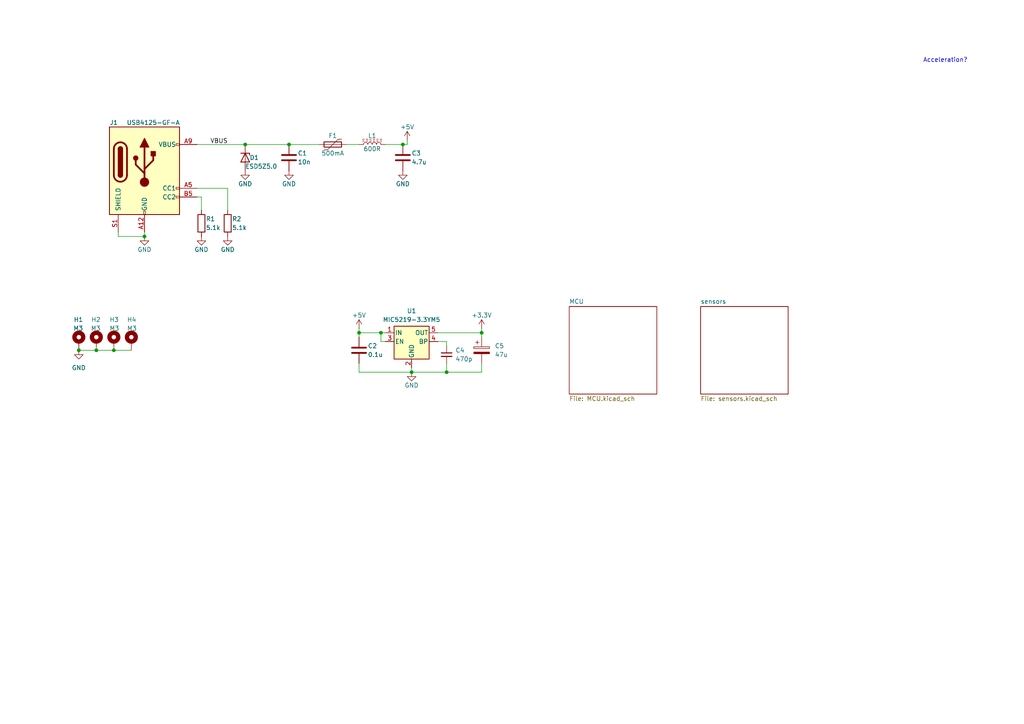
<source format=kicad_sch>
(kicad_sch (version 20250114) (generator "eeschema") (generator_version "9.0")
  (paper "A4")
  (title_block (title "Indoor Sensor Board") (date "2025-10-09") (rev "A1"))
  (lib_symbols
    (symbol "Connector:USB_C_Receptacle_PowerOnly_6P" (pin_names (offset 1.016))
      (property "Reference" "J" (at 0 16.51 0))
      (property "Value" "USB_C_Receptacle_PowerOnly_6P" (at 0 13.97 0))
      (symbol "USB_C_Receptacle_PowerOnly_6P_0_0"
        (rectangle (start -0.254 -12.7) (end 0.254 -11.684))
        (rectangle (start 10.16 7.874) (end 9.144 7.366))
        (rectangle (start 10.16 -4.826) (end 9.144 -5.334))
        (rectangle (start 10.16 -7.366) (end 9.144 -7.874))
      )
      (symbol "USB_C_Receptacle_PowerOnly_6P_0_1"
        (rectangle (start -10.16 12.7) (end 10.16 -12.7) (stroke (width 0.254)) (fill (type background)))
        (polyline (pts (xy -8.89 -1.27) (xy -8.89 6.35)) (stroke (width 0.508)))
        (rectangle (start -7.62 -1.27) (end -6.35 6.35) (stroke (width 0.254)) (fill (type outline)))
        (arc (start -7.62 6.35) (mid -6.985 6.9823) (end -6.35 6.35) (stroke (width 0.254)))
        (arc (start -7.62 6.35) (mid -6.985 6.9823) (end -6.35 6.35) (stroke (width 0.254)) (fill (type outline)))
        (arc (start -8.89 6.35) (mid -6.985 8.2467) (end -5.08 6.35) (stroke (width 0.508)))
        (arc (start -5.08 -1.27) (mid -6.985 -3.1667) (end -8.89 -1.27) (stroke (width 0.508)))
        (arc (start -6.35 -1.27) (mid -6.985 -1.9023) (end -7.62 -1.27) (stroke (width 0.254)))
        (arc (start -6.35 -1.27) (mid -6.985 -1.9023) (end -7.62 -1.27) (stroke (width 0.254)) (fill (type outline)))
        (polyline (pts (xy -5.08 6.35) (xy -5.08 -1.27)) (stroke (width 0.508)))
        (circle (center -2.54 3.683) (radius 0.635) (stroke (width 0.254)) (fill (type outline)))
        (polyline (pts (xy -1.27 6.858) (xy 0 9.398) (xy 1.27 6.858) (xy -1.27 6.858)) (stroke (width 0.254)) (fill (type outline)))
        (polyline (pts (xy 0 0.508) (xy 2.54 3.048) (xy 2.54 4.318)) (stroke (width 0.508)))
        (polyline (pts (xy 0 -0.762) (xy -2.54 1.778) (xy -2.54 3.048)) (stroke (width 0.508)))
        (polyline (pts (xy 0 -3.302) (xy 0 6.858)) (stroke (width 0.508)))
        (circle (center 0 -3.302) (radius 1.27) (fill (type outline)))
        (rectangle (start 1.905 4.318) (end 3.175 5.588) (stroke (width 0.254)) (fill (type outline)))
      )
      (symbol "USB_C_Receptacle_PowerOnly_6P_1_1"
        (pin passive line (at -7.62 -17.78 90) (length 5.08) (name "SHIELD") (number "S1"))
        (pin passive line (at 0 -17.78 90) (length 5.08) (name "GND") (number "A12"))
        (pin passive line (at 0 -17.78 90) (length 5.08) (hide yes) (name "GND") (number "B12"))
        (pin passive line (at 15.24 7.62 180) (length 5.08) (name "VBUS") (number "A9"))
        (pin passive line (at 15.24 7.62 180) (length 5.08) (hide yes) (name "VBUS") (number "B9"))
        (pin bidirectional line (at 15.24 -5.08 180) (length 5.08) (name "CC1") (number "A5"))
        (pin bidirectional line (at 15.24 -7.62 180) (length 5.08) (name "CC2") (number "B5"))
      )
    )
    (symbol "Device:C" (pin_numbers (hide yes)) (pin_names (offset 0.254))
      (property "Reference" "C" (at 0.635 2.54 0))
      (property "Value" "C" (at 0.635 -2.54 0))
      (symbol "C_0_1"
        (polyline (pts (xy -2.032 0.762) (xy 2.032 0.762)) (stroke (width 0.508)))
        (polyline (pts (xy -2.032 -0.762) (xy 2.032 -0.762)) (stroke (width 0.508)))
      )
      (symbol "C_1_1"
        (pin passive line (at 0 3.81 270) (length 2.794) (name "~") (number "1"))
        (pin passive line (at 0 -3.81 90) (length 2.794) (name "~") (number "2"))
      )
    )
    (symbol "Device:C_Polarized" (pin_numbers (hide yes)) (pin_names (offset 0.254))
      (property "Reference" "C" (at 0.635 2.54 0))
      (property "Value" "C_Polarized" (at 0.635 -2.54 0))
      (symbol "C_Polarized_0_1"
        (rectangle (start -2.286 0.508) (end 2.286 1.016))
        (polyline (pts (xy -1.778 2.286) (xy -0.762 2.286)))
        (polyline (pts (xy -1.27 2.794) (xy -1.27 1.778)))
        (rectangle (start 2.286 -0.508) (end -2.286 -1.016) (fill (type outline)))
      )
      (symbol "C_Polarized_1_1"
        (pin passive line (at 0 3.81 270) (length 2.794) (name "~") (number "1"))
        (pin passive line (at 0 -3.81 90) (length 2.794) (name "~") (number "2"))
      )
    )
    (symbol "Device:C_Small" (pin_numbers (hide yes)) (pin_names (offset 0.254) (hide yes))
      (property "Reference" "C" (at 0.254 1.778 0))
      (property "Value" "C_Small" (at 0.254 -2.032 0))
      (symbol "C_Small_0_1"
        (polyline (pts (xy -1.524 0.508) (xy 1.524 0.508)) (stroke (width 0.3048)))
        (polyline (pts (xy -1.524 -0.508) (xy 1.524 -0.508)) (stroke (width 0.3302)))
      )
      (symbol "C_Small_1_1"
        (pin passive line (at 0 2.54 270) (length 2.032) (name "~") (number "1"))
        (pin passive line (at 0 -2.54 90) (length 2.032) (name "~") (number "2"))
      )
    )
    (symbol "Device:L_Ferrite" (pin_numbers (hide yes)) (pin_names (offset 1.016) (hide yes))
      (property "Reference" "L" (at -1.27 0 90))
      (property "Value" "L_Ferrite" (at 2.794 0 90))
      (symbol "L_Ferrite_0_1"
        (arc (start 0 2.54) (mid 0.6323 1.905) (end 0 1.27))
        (arc (start 0 1.27) (mid 0.6323 0.635) (end 0 0))
        (arc (start 0 0) (mid 0.6323 -0.635) (end 0 -1.27))
        (arc (start 0 -1.27) (mid 0.6323 -1.905) (end 0 -2.54))
        (polyline (pts (xy 1.016 2.286) (xy 1.016 2.794)))
        (polyline (pts (xy 1.016 1.27) (xy 1.016 1.778)))
        (polyline (pts (xy 1.016 0.254) (xy 1.016 0.762)))
        (polyline (pts (xy 1.016 -0.762) (xy 1.016 -0.254)))
        (polyline (pts (xy 1.016 -1.778) (xy 1.016 -1.27)))
        (polyline (pts (xy 1.016 -2.794) (xy 1.016 -2.286)))
        (polyline (pts (xy 1.524 2.794) (xy 1.524 2.286)))
        (polyline (pts (xy 1.524 1.778) (xy 1.524 1.27)))
        (polyline (pts (xy 1.524 0.762) (xy 1.524 0.254)))
        (polyline (pts (xy 1.524 -0.254) (xy 1.524 -0.762)))
        (polyline (pts (xy 1.524 -1.27) (xy 1.524 -1.778)))
        (polyline (pts (xy 1.524 -2.286) (xy 1.524 -2.794)))
      )
      (symbol "L_Ferrite_1_1"
        (pin passive line (at 0 3.81 270) (length 1.27) (name "1") (number "1"))
        (pin passive line (at 0 -3.81 90) (length 1.27) (name "2") (number "2"))
      )
    )
    (symbol "Device:Polyfuse" (pin_numbers (hide yes)) (pin_names (offset 0))
      (property "Reference" "F" (at -2.54 0 90))
      (property "Value" "Polyfuse" (at 2.54 0 90))
      (symbol "Polyfuse_0_1"
        (polyline (pts (xy -1.524 2.54) (xy -1.524 1.524) (xy 1.524 -1.524) (xy 1.524 -2.54)))
        (rectangle (start -0.762 2.54) (end 0.762 -2.54) (stroke (width 0.254)))
        (polyline (pts (xy 0 2.54) (xy 0 -2.54)))
      )
      (symbol "Polyfuse_1_1"
        (pin passive line (at 0 3.81 270) (length 1.27) (name "~") (number "1"))
        (pin passive line (at 0 -3.81 90) (length 1.27) (name "~") (number "2"))
      )
    )
    (symbol "Device:R" (pin_numbers (hide yes)) (pin_names (offset 0))
      (property "Reference" "R" (at 2.032 0 90))
      (property "Value" "R" (at 0 0 90))
      (symbol "R_0_1"
        (rectangle (start -1.016 -2.54) (end 1.016 2.54) (stroke (width 0.254)))
      )
      (symbol "R_1_1"
        (pin passive line (at 0 3.81 270) (length 1.27) (name "~") (number "1"))
        (pin passive line (at 0 -3.81 90) (length 1.27) (name "~") (number "2"))
      )
    )
    (symbol "Diode:ESD5Zxx" (pin_numbers (hide yes)) (pin_names (hide yes))
      (property "Reference" "D" (at 0 2.54 0))
      (property "Value" "ESD5Zxx" (at 0 -2.54 0))
      (symbol "ESD5Zxx_0_1"
        (polyline (pts (xy -1.27 -1.27) (xy -1.27 1.27) (xy -0.762 1.27)) (stroke (width 0.254)))
        (polyline (pts (xy 1.27 0) (xy -1.27 0)))
        (polyline (pts (xy 1.27 -1.27) (xy 1.27 1.27) (xy -1.27 0) (xy 1.27 -1.27)) (stroke (width 0.254)))
      )
      (symbol "ESD5Zxx_1_1"
        (pin passive line (at -3.81 0 0) (length 2.54) (name "K") (number "1"))
        (pin passive line (at 3.81 0 180) (length 2.54) (name "A") (number "2"))
      )
    )
    (symbol "Mechanical:MountingHole_Pad" (pin_numbers (hide yes)) (pin_names (offset 1.016) (hide yes)) (in_bom no)
      (property "Reference" "H" (at 0 6.35 0))
      (property "Value" "MountingHole_Pad" (at 0 4.445 0))
      (symbol "MountingHole_Pad_0_1"
        (circle (center 0 1.27) (radius 1.27) (stroke (width 1.27)))
      )
      (symbol "MountingHole_Pad_1_1"
        (pin input line (at 0 -2.54 90) (length 2.54) (name "1") (number "1"))
      )
    )
    (symbol "Regulator_Linear:MIC5219-3.3YM5" (pin_names (offset 0.254))
      (property "Reference" "U" (at -3.81 5.715 0))
      (property "Value" "MIC5219-3.3YM5" (at 0 5.715 0))
      (symbol "MIC5219-3.3YM5_0_1"
        (rectangle (start -5.08 4.445) (end 5.08 -5.08) (stroke (width 0.254)) (fill (type background)))
      )
      (symbol "MIC5219-3.3YM5_1_1"
        (pin power_in line (at -7.62 2.54 0) (length 2.54) (name "IN") (number "1"))
        (pin input line (at -7.62 0 0) (length 2.54) (name "EN") (number "3"))
        (pin power_in line (at 0 -7.62 90) (length 2.54) (name "GND") (number "2"))
        (pin power_out line (at 7.62 2.54 180) (length 2.54) (name "OUT") (number "5"))
        (pin input line (at 7.62 0 180) (length 2.54) (name "BP") (number "4"))
      )
    )
    (symbol "power:+3.3V" (power) (pin_numbers (hide yes)) (pin_names (offset 0) (hide yes))
      (property "Value" "+3.3V" (at 0 3.556 0))
      (symbol "+3.3V_0_1"
        (polyline (pts (xy -0.762 1.27) (xy 0 2.54)))
        (polyline (pts (xy 0 2.54) (xy 0.762 1.27)))
        (polyline (pts (xy 0 0) (xy 0 2.54)))
      )
      (symbol "+3.3V_1_1"
        (pin power_in line (at 0 0 90) (length 0) (name "~") (number "1"))
      )
    )
    (symbol "power:+5V" (power) (pin_numbers (hide yes)) (pin_names (offset 0) (hide yes))
      (property "Value" "+5V" (at 0 3.556 0))
      (symbol "+5V_0_1"
        (polyline (pts (xy -0.762 1.27) (xy 0 2.54)))
        (polyline (pts (xy 0 2.54) (xy 0.762 1.27)))
        (polyline (pts (xy 0 0) (xy 0 2.54)))
      )
      (symbol "+5V_1_1"
        (pin power_in line (at 0 0 90) (length 0) (name "~") (number "1"))
      )
    )
    (symbol "power:GND" (power) (pin_numbers (hide yes)) (pin_names (offset 0) (hide yes))
      (property "Value" "GND" (at 0 -3.81 0))
      (symbol "GND_0_1"
        (polyline (pts (xy 0 0) (xy 0 -1.27) (xy 1.27 -1.27) (xy 0 -2.54) (xy -1.27 -1.27) (xy 0 -1.27)))
      )
      (symbol "GND_1_1"
        (pin power_in line (at 0 0 270) (length 0) (name "~") (number "1"))
      )
    )
  )
  (text "Acceleration?" (at 267.716 17.526 0) (effects (font (size 1.27 1.27)) (justify left)))
  (junction (at 139.7 96.52))
  (junction (at 116.84 41.91))
  (junction (at 22.86 101.6))
  (junction (at 129.54 107.95))
  (junction (at 41.91 68.58))
  (junction (at 33.02 101.6))
  (junction (at 110.49 96.52))
  (junction (at 119.38 107.95))
  (junction (at 83.82 41.91))
  (junction (at 104.14 96.52))
  (junction (at 27.94 101.6))
  (junction (at 71.12 41.91))
  (wire (pts (xy 111.76 99.06) (xy 110.49 99.06)))
  (wire (pts (xy 104.14 107.95) (xy 119.38 107.95)))
  (wire (pts (xy 139.7 95.25) (xy 139.7 96.52)))
  (wire (pts (xy 33.02 101.6) (xy 38.1 101.6)))
  (wire (pts (xy 111.76 41.91) (xy 116.84 41.91)))
  (wire (pts (xy 27.94 101.6) (xy 33.02 101.6)))
  (wire (pts (xy 119.38 107.95) (xy 119.38 106.68)))
  (wire (pts (xy 104.14 96.52) (xy 110.49 96.52)))
  (wire (pts (xy 34.29 68.58) (xy 34.29 67.31)))
  (wire (pts (xy 127 96.52) (xy 139.7 96.52)))
  (wire (pts (xy 100.33 41.91) (xy 104.14 41.91)))
  (wire (pts (xy 83.82 41.91) (xy 92.71 41.91)))
  (wire (pts (xy 110.49 99.06) (xy 110.49 96.52)))
  (wire (pts (xy 129.54 105.41) (xy 129.54 107.95)))
  (wire (pts (xy 34.29 68.58) (xy 41.91 68.58)))
  (wire (pts (xy 71.12 41.91) (xy 83.82 41.91)))
  (wire (pts (xy 58.42 57.15) (xy 58.42 60.96)))
  (wire (pts (xy 66.04 54.61) (xy 66.04 60.96)))
  (wire (pts (xy 104.14 105.41) (xy 104.14 107.95)))
  (wire (pts (xy 104.14 97.79) (xy 104.14 96.52)))
  (wire (pts (xy 116.84 41.91) (xy 118.11 41.91)))
  (wire (pts (xy 139.7 97.79) (xy 139.7 96.52)))
  (wire (pts (xy 110.49 96.52) (xy 111.76 96.52)))
  (wire (pts (xy 58.42 57.15) (xy 57.15 57.15)))
  (wire (pts (xy 127 99.06) (xy 129.54 99.06)))
  (wire (pts (xy 139.7 107.95) (xy 129.54 107.95)))
  (wire (pts (xy 57.15 41.91) (xy 71.12 41.91)))
  (wire (pts (xy 139.7 105.41) (xy 139.7 107.95)))
  (wire (pts (xy 41.91 68.58) (xy 41.91 67.31)))
  (wire (pts (xy 129.54 107.95) (xy 119.38 107.95)))
  (wire (pts (xy 57.15 54.61) (xy 66.04 54.61)))
  (wire (pts (xy 118.11 40.64) (xy 118.11 41.91)))
  (wire (pts (xy 129.54 99.06) (xy 129.54 100.33)))
  (wire (pts (xy 22.86 101.6) (xy 27.94 101.6)))
  (wire (pts (xy 104.14 95.25) (xy 104.14 96.52)))
  (label "VBUS" (at 60.96 41.91 0))
  (symbol (lib_id "Device:C") (at 104.14 101.6 0) (unit 1)
    (property "Reference" "C2" (at 106.68 100.33 0) (effects (justify left)))
    (property "Value" "0.1u" (at 106.68 102.87 0) (effects (justify left)))
    (property "Footprint" "Capacitor_SMD:C_0402_1005Metric" (effects (hide yes)))
    (property "Description" "Unpolarized capacitor" (effects (hide yes)))
  )
  (symbol (lib_id "power:+5V") (at 104.14 95.25 0) (unit 1)
    (property "Reference" "#PWR07" (effects (hide yes)))
    (property "Value" "+5V" (at 104.14 91.44 0))
    (property "Description" "Power symbol creates a global label with name \"+5V\"" (effects (hide yes)))
  )
  (symbol (lib_id "power:GND") (at 58.42 68.58 0) (unit 1)
    (property "Reference" "#PWR03" (effects (hide yes)))
    (property "Value" "GND" (at 58.42 72.39 0))
    (property "Description" "Power symbol creates a global label with name \"GND\" , ground" (effects (hide yes)))
  )
  (symbol (lib_id "Mechanical:MountingHole_Pad") (at 27.94 99.06 0) (mirror y) (unit 1) (in_bom no)
    (property "Reference" "H2" (at 29.21 92.71 0) (effects (justify left)))
    (property "Value" "M3" (at 29.21 95.25 0) (effects (justify left)))
    (property "Footprint" "MountingHole:MountingHole_3.2mm_M3_Pad" (effects (hide yes)))
    (property "Description" "Mounting Hole with connection" (effects (hide yes)))
  )
  (symbol (lib_id "Regulator_Linear:MIC5219-3.3YM5") (at 119.38 99.06 0) (unit 1)
    (property "Reference" "U1" (at 119.38 90.17 0))
    (property "Value" "MIC5219-3.3YM5" (at 119.38 92.71 0))
    (property "Footprint" "Package_TO_SOT_SMD:SOT-23-5" (effects (hide yes)))
    (property "Datasheet" "http://ww1.microchip.com/downloads/en/DeviceDoc/MIC5219-500mA-Peak-Output-LDO-Regulator-DS20006021A.pdf" (effects (hide yes)))
    (property "Description" "500mA low dropout linear regulator, fixed 3.3V output, SOT-23-5" (effects (hide yes)))
    (property "MPN" "MIC5219-3.3YM5-TR" (effects (hide yes)))
    (property "Mouser PN" "998-MIC5219-3.3YM5TR" (effects (hide yes)))
  )
  (symbol (lib_id "Device:C") (at 116.84 45.72 0) (unit 1)
    (property "Reference" "C3" (at 119.38 44.45 0) (effects (justify left)))
    (property "Value" "4.7u" (at 119.38 46.99 0) (effects (justify left)))
    (property "Footprint" "Capacitor_SMD:C_0805_2012Metric" (effects (hide yes)))
    (property "Description" "Unpolarized capacitor" (effects (hide yes)))
  )
  (symbol (lib_id "power:GND") (at 66.04 68.58 0) (unit 1)
    (property "Reference" "#PWR04" (effects (hide yes)))
    (property "Value" "GND" (at 66.04 72.39 0))
    (property "Description" "Power symbol creates a global label with name \"GND\" , ground" (effects (hide yes)))
  )
  (symbol (lib_id "power:GND") (at 83.82 49.53 0) (unit 1)
    (property "Reference" "#PWR06" (effects (hide yes)))
    (property "Value" "GND" (at 83.82 53.34 0))
    (property "Description" "Power symbol creates a global label with name \"GND\" , ground" (effects (hide yes)))
  )
  (symbol (lib_id "power:GND") (at 71.12 49.53 0) (unit 1)
    (property "Reference" "#PWR05" (effects (hide yes)))
    (property "Value" "GND" (at 71.12 53.34 0))
    (property "Description" "Power symbol creates a global label with name \"GND\" , ground" (effects (hide yes)))
  )
  (symbol (lib_id "Mechanical:MountingHole_Pad") (at 33.02 99.06 0) (unit 1) (in_bom no)
    (property "Reference" "H3" (at 31.75 92.71 0) (effects (justify left)))
    (property "Value" "M3" (at 31.75 95.25 0) (effects (justify left)))
    (property "Footprint" "MountingHole:MountingHole_3.2mm_M3_Pad" (effects (hide yes)))
    (property "Description" "Mounting Hole with connection" (effects (hide yes)))
  )
  (symbol (lib_id "Device:C_Small") (at 129.54 102.87 0) (unit 1)
    (property "Reference" "C4" (at 132.08 101.6 0) (effects (justify left)))
    (property "Value" "470p" (at 132.08 104.14 0) (effects (justify left)))
    (property "Footprint" "Capacitor_SMD:C_0402_1005Metric" (effects (hide yes)))
    (property "Description" "Unpolarized capacitor, small symbol" (effects (hide yes)))
  )
  (symbol (lib_id "Device:L_Ferrite") (at 107.95 41.91 90) (unit 1)
    (property "Reference" "L1" (at 107.95 39.37 90))
    (property "Value" "600R" (at 107.95 43.18 90))
    (property "Footprint" "Inductor_SMD:L_0805_2012Metric" (effects (hide yes)))
    (property "Description" "Inductor with ferrite core" (effects (hide yes)))
    (property "MPN" "HZ0805E601R-10" (effects (hide yes)))
    (property "Mouser PN" "875-HZ0805E601R-10" (effects (hide yes)))
  )
  (symbol (lib_id "power:GND") (at 116.84 49.53 0) (unit 1)
    (property "Reference" "#PWR08" (effects (hide yes)))
    (property "Value" "GND" (at 116.84 53.34 0))
    (property "Description" "Power symbol creates a global label with name \"GND\" , ground" (effects (hide yes)))
  )
  (symbol (lib_id "Device:Polyfuse") (at 96.52 41.91 90) (unit 1)
    (property "Reference" "F1" (at 96.52 39.37 90))
    (property "Value" "500mA" (at 96.52 44.45 90))
    (property "Footprint" "Fuse:Fuse_0805_2012Metric" (effects (hide yes)))
    (property "Description" "Resettable fuse, polymeric positive temperature coefficient" (effects (hide yes)))
  )
  (symbol (lib_id "Device:C_Polarized") (at 139.7 101.6 0) (unit 1)
    (property "Reference" "C5" (at 143.51 100.33 0) (effects (justify left)))
    (property "Value" "47u" (at 143.51 102.87 0) (effects (justify left)))
    (property "Footprint" "Capacitor_Tantalum_SMD:CP_EIA-7343-31_Kemet-D" (effects (hide yes)))
    (property "Description" "Polarized capacitor" (effects (hide yes)))
    (property "MPN" "T491D476K010AT" (effects (hide yes)))
    (property "Mouser PN" "80-T491D476K010" (effects (hide yes)))
  )
  (symbol (lib_id "power:GND") (at 41.91 68.58 0) (unit 1)
    (property "Reference" "#PWR02" (effects (hide yes)))
    (property "Value" "GND" (at 41.91 72.39 0))
    (property "Description" "Power symbol creates a global label with name \"GND\" , ground" (effects (hide yes)))
  )
  (symbol (lib_id "Device:R") (at 58.42 64.77 0) (unit 1)
    (property "Reference" "R1" (at 59.69 63.5 0) (effects (justify left)))
    (property "Value" "5.1k" (at 59.69 66.04 0) (effects (justify left)))
    (property "Footprint" "Resistor_SMD:R_0603_1608Metric" (effects (hide yes)))
    (property "Description" "Resistor" (effects (hide yes)))
  )
  (symbol (lib_id "power:+3.3V") (at 139.7 95.25 0) (unit 1)
    (property "Reference" "#PWR011" (effects (hide yes)))
    (property "Value" "+3.3V" (at 139.7 91.44 0))
    (property "Description" "Power symbol creates a global label with name \"+3.3V\"" (effects (hide yes)))
  )
  (symbol (lib_id "Mechanical:MountingHole_Pad") (at 38.1 99.06 0) (unit 1) (in_bom no)
    (property "Reference" "H4" (at 36.83 92.71 0) (effects (justify left)))
    (property "Value" "M3" (at 36.83 95.25 0) (effects (justify left)))
    (property "Footprint" "MountingHole:MountingHole_3.2mm_M3_Pad" (effects (hide yes)))
    (property "Description" "Mounting Hole with connection" (effects (hide yes)))
  )
  (symbol (lib_id "power:+5V") (at 118.11 40.64 0) (unit 1)
    (property "Reference" "#PWR09" (effects (hide yes)))
    (property "Value" "+5V" (at 118.11 36.83 0))
    (property "Description" "Power symbol creates a global label with name \"+5V\"" (effects (hide yes)))
  )
  (symbol (lib_id "Device:C") (at 83.82 45.72 0) (unit 1)
    (property "Reference" "C1" (at 86.36 44.45 0) (effects (justify left)))
    (property "Value" "10n" (at 86.36 46.99 0) (effects (justify left)))
    (property "Footprint" "Capacitor_SMD:C_0402_1005Metric" (effects (hide yes)))
    (property "Description" "Unpolarized capacitor" (effects (hide yes)))
  )
  (symbol (lib_id "Diode:ESD5Zxx") (at 71.12 45.72 270) (unit 1)
    (property "Reference" "D1" (at 72.39 45.72 90) (effects (justify left)))
    (property "Value" "ESD5Z5.0" (at 71.12 48.26 90) (effects (justify left)))
    (property "Footprint" "Diode_SMD:D_SOD-523" (effects (hide yes)))
    (property "Datasheet" "https://www.onsemi.com/pdf/datasheet/esd5z2.5t1-d.pdf" (effects (hide yes)))
    (property "Description" "ESD Protection Diode, SOD-523" (effects (hide yes)))
    (property "MPN" "ESD5Z5.0T1G" (effects (hide yes)))
    (property "Mouser PN" "863-ESD5Z5.0T1G" (effects (hide yes)))
  )
  (symbol (lib_id "Mechanical:MountingHole_Pad") (at 22.86 99.06 0) (mirror y) (unit 1) (in_bom no)
    (property "Reference" "H1" (at 24.13 92.71 0) (effects (justify left)))
    (property "Value" "M3" (at 24.13 95.25 0) (effects (justify left)))
    (property "Footprint" "MountingHole:MountingHole_3.2mm_M3_Pad" (effects (hide yes)))
    (property "Description" "Mounting Hole with connection" (effects (hide yes)))
  )
  (symbol (lib_id "power:GND") (at 22.86 101.6 0) (unit 1)
    (property "Reference" "#PWR01" (effects (hide yes)))
    (property "Value" "GND" (at 22.86 106.68 0))
    (property "Description" "Power symbol creates a global label with name \"GND\" , ground" (effects (hide yes)))
  )
  (symbol (lib_id "Device:R") (at 66.04 64.77 0) (unit 1)
    (property "Reference" "R2" (at 67.31 63.5 0) (effects (justify left)))
    (property "Value" "5.1k" (at 67.31 66.04 0) (effects (justify left)))
    (property "Footprint" "Resistor_SMD:R_0603_1608Metric" (effects (hide yes)))
    (property "Description" "Resistor" (effects (hide yes)))
  )
  (symbol (lib_id "power:GND") (at 119.38 107.95 0) (unit 1)
    (property "Reference" "#PWR010" (effects (hide yes)))
    (property "Value" "GND" (at 119.38 111.76 0))
    (property "Description" "Power symbol creates a global label with name \"GND\" , ground" (effects (hide yes)))
  )
  (symbol (lib_id "Connector:USB_C_Receptacle_PowerOnly_6P") (at 41.91 49.53 0) (unit 1)
    (property "Reference" "J1" (at 33.02 35.56 0))
    (property "Value" "USB4125-GF-A" (at 44.45 35.56 0))
    (property "Footprint" "Connector_USB:USB_C_Receptacle_GCT_USB4125-xx-x-0190_6P_TopMnt_Horizontal" (effects (hide yes)))
    (property "Datasheet" "https://www.usb.org/sites/default/files/documents/usb_type-c.zip" (effects (hide yes)))
    (property "Description" "USB Power-Only 6P Type-C Receptacle connector" (effects (hide yes)))
    (property "MPN" "USB4125-GF-A" (effects (hide yes)))
    (property "Mouser PN" "640-USB4125-GF-A" (effects (hide yes)))
  )
  (sheet (at 165.1 88.9) (size 25.4 25.4) (stroke (width 0.1524))
    (property "Sheetname" "MCU" (at 165.1 88.1884 0) (effects (justify left bottom)))
    (property "Sheetfile" "MCU.kicad_sch" (at 165.1 114.8846 0) (effects (justify left top)))
  )
  (sheet (at 203.2 88.9) (size 25.4 25.4) (stroke (width 0.1524))
    (property "Sheetname" "sensors" (at 203.2 88.1884 0) (effects (justify left bottom)))
    (property "Sheetfile" "sensors.kicad_sch" (at 203.2 114.8846 0) (effects (justify left top)))
  )
)
</source>
